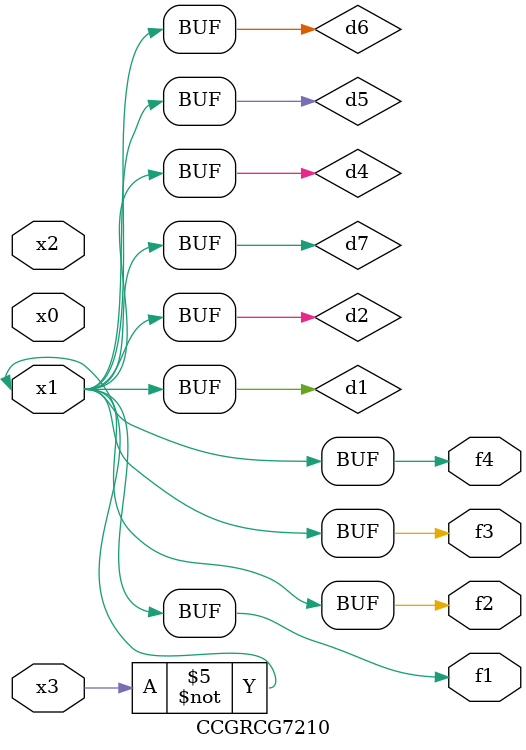
<source format=v>
module CCGRCG7210(
	input x0, x1, x2, x3,
	output f1, f2, f3, f4
);

	wire d1, d2, d3, d4, d5, d6, d7;

	not (d1, x3);
	buf (d2, x1);
	xnor (d3, d1, d2);
	nor (d4, d1);
	buf (d5, d1, d2);
	buf (d6, d4, d5);
	nand (d7, d4);
	assign f1 = d6;
	assign f2 = d7;
	assign f3 = d6;
	assign f4 = d6;
endmodule

</source>
